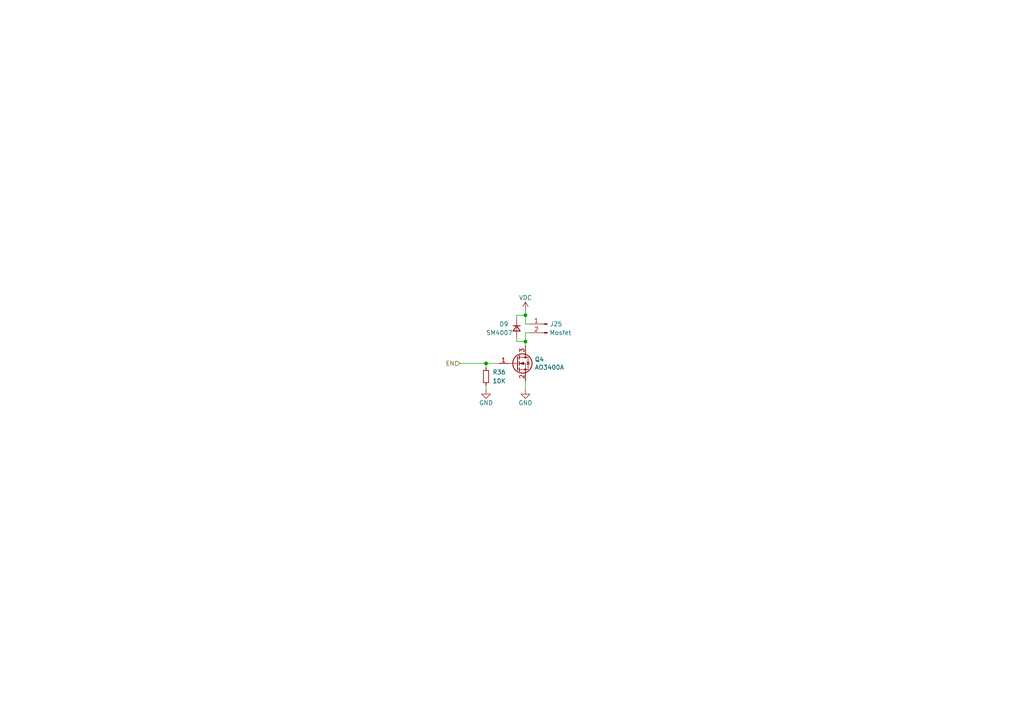
<source format=kicad_sch>
(kicad_sch (version 20211123) (generator eeschema)
  (paper "A4")
  (title_block (title "LumenPnP Motherboard") (date "2022-03-29") (rev "003") (company "Opulo"))
  (lib_symbols
    (symbol "Connector:Conn_01x02_Male" (pin_names (offset 1.016) hide)
      (property "Reference" "J" (at 0 2.54 0))
      (property "Value" "Conn_01x02_Male" (at 0 -5.08 0))
      (symbol "Conn_01x02_Male_1_1"
        (polyline (pts (xy 1.27 -2.54) (xy 0.8636 -2.54)) (stroke (width 0.1524)))
        (polyline (pts (xy 1.27 0) (xy 0.8636 0)) (stroke (width 0.1524)))
        (rectangle (start 0.8636 -2.413) (end 0 -2.667) (stroke (width 0.1524)) (fill (type outline)))
        (rectangle (start 0.8636 0.127) (end 0 -0.127) (stroke (width 0.1524)) (fill (type outline)))
        (pin passive line (at 5.08 0 180) (length 3.81) (name "Pin_1") (number "1"))
        (pin passive line (at 5.08 -2.54 180) (length 3.81) (name "Pin_2") (number "2"))
      )
    )
    (symbol "Device:D_Small" (pin_numbers hide) (pin_names (offset 0.254) hide)
      (property "Reference" "D" (at -1.27 2.032 0))
      (property "Value" "D_Small" (at -3.81 -2.032 0))
      (symbol "D_Small_0_1"
        (polyline (pts (xy -0.762 -1.016) (xy -0.762 1.016)) (stroke (width 0.254)))
        (polyline (pts (xy -0.762 0) (xy 0.762 0)))
        (polyline (pts (xy 0.762 -1.016) (xy -0.762 0) (xy 0.762 1.016) (xy 0.762 -1.016)) (stroke (width 0.254)))
      )
      (symbol "D_Small_1_1"
        (pin passive line (at -2.54 0 0) (length 1.778) (name "K") (number "1"))
        (pin passive line (at 2.54 0 180) (length 1.778) (name "A") (number "2"))
      )
    )
    (symbol "Device:R_Small" (pin_numbers hide) (pin_names (offset 0.254) hide)
      (property "Reference" "R" (at 0.762 0.508 0))
      (property "Value" "R_Small" (at 0.762 -1.016 0))
      (symbol "R_Small_0_1"
        (rectangle (start -0.762 1.778) (end 0.762 -1.778) (stroke (width 0.2032)))
      )
      (symbol "R_Small_1_1"
        (pin passive line (at 0 2.54 270) (length 0.762) (name "~") (number "1"))
        (pin passive line (at 0 -2.54 90) (length 0.762) (name "~") (number "2"))
      )
    )
    (symbol "Transistor_FET:AO3400A" (pin_names hide)
      (property "Reference" "Q" (at 5.08 1.905 0))
      (property "Value" "AO3400A" (at 5.08 0 0))
      (symbol "AO3400A_0_1"
        (polyline (pts (xy 0.254 0) (xy -2.54 0)))
        (polyline (pts (xy 0.254 1.905) (xy 0.254 -1.905)) (stroke (width 0.254)))
        (polyline (pts (xy 0.762 -1.27) (xy 0.762 -2.286)) (stroke (width 0.254)))
        (polyline (pts (xy 0.762 0.508) (xy 0.762 -0.508)) (stroke (width 0.254)))
        (polyline (pts (xy 0.762 2.286) (xy 0.762 1.27)) (stroke (width 0.254)))
        (polyline (pts (xy 2.54 2.54) (xy 2.54 1.778)))
        (polyline (pts (xy 2.54 -2.54) (xy 2.54 0) (xy 0.762 0)))
        (polyline (pts (xy 0.762 -1.778) (xy 3.302 -1.778) (xy 3.302 1.778) (xy 0.762 1.778)))
        (polyline (pts (xy 1.016 0) (xy 2.032 0.381) (xy 2.032 -0.381) (xy 1.016 0)) (fill (type outline)))
        (polyline (pts (xy 2.794 0.508) (xy 2.921 0.381) (xy 3.683 0.381) (xy 3.81 0.254)))
        (polyline (pts (xy 3.302 0.381) (xy 2.921 -0.254) (xy 3.683 -0.254) (xy 3.302 0.381)))
        (circle (center 1.651 0) (radius 2.794) (stroke (width 0.254)))
        (circle (center 2.54 -1.778) (radius 0.254) (fill (type outline)))
        (circle (center 2.54 1.778) (radius 0.254) (fill (type outline)))
      )
      (symbol "AO3400A_1_1"
        (pin input line (at -5.08 0 0) (length 2.54) (name "G") (number "1"))
        (pin passive line (at 2.54 -5.08 90) (length 2.54) (name "S") (number "2"))
        (pin passive line (at 2.54 5.08 270) (length 2.54) (name "D") (number "3"))
      )
    )
    (symbol "power:GND" (power) (pin_names (offset 0))
      (property "Value" "GND" (at 0 -3.81 0))
      (symbol "GND_0_1"
        (polyline (pts (xy 0 0) (xy 0 -1.27) (xy 1.27 -1.27) (xy 0 -2.54) (xy -1.27 -1.27) (xy 0 -1.27)))
      )
      (symbol "GND_1_1"
        (pin power_in line (at 0 0 270) (length 0) hide (name "GND") (number "1"))
      )
    )
    (symbol "power:VDC" (power) (pin_names (offset 0))
      (property "Value" "VDC" (at 0 6.35 0))
      (symbol "VDC_0_1"
        (polyline (pts (xy -0.762 1.27) (xy 0 2.54)))
        (polyline (pts (xy 0 0) (xy 0 2.54)))
        (polyline (pts (xy 0 2.54) (xy 0.762 1.27)))
      )
      (symbol "VDC_1_1"
        (pin power_in line (at 0 0 90) (length 0) hide (name "VDC") (number "1"))
      )
    )
  )
  (junction (at 152.4 91.44))
  (junction (at 140.97 105.41))
  (junction (at 152.4 99.06))
  (wire (pts (xy 152.4 90.17) (xy 152.4 91.44)))
  (wire (pts (xy 140.97 105.41) (xy 144.78 105.41)))
  (wire (pts (xy 152.4 96.52) (xy 152.4 99.06)))
  (wire (pts (xy 152.4 99.06) (xy 152.4 100.33)))
  (wire (pts (xy 149.86 97.79) (xy 149.86 99.06)))
  (wire (pts (xy 149.86 99.06) (xy 152.4 99.06)))
  (wire (pts (xy 153.67 93.98) (xy 152.4 93.98)))
  (wire (pts (xy 149.86 92.71) (xy 149.86 91.44)))
  (wire (pts (xy 152.4 93.98) (xy 152.4 91.44)))
  (wire (pts (xy 152.4 110.49) (xy 152.4 113.03)))
  (wire (pts (xy 140.97 111.76) (xy 140.97 113.03)))
  (wire (pts (xy 153.67 96.52) (xy 152.4 96.52)))
  (wire (pts (xy 140.97 106.68) (xy 140.97 105.41)))
  (wire (pts (xy 149.86 91.44) (xy 152.4 91.44)))
  (wire (pts (xy 133.35 105.41) (xy 140.97 105.41)))
  (hierarchical_label "EN" (shape input) (at 133.35 105.41 180))
  (symbol (lib_id "Connector:Conn_01x02_Male") (at 158.75 93.98 0) (mirror y)
    (property "Reference" "J25" (at 161.29 93.98 0))
    (property "Value" "Mosfet" (at 162.56 96.52 0))
    (property "Footprint" "Connector_JST:JST_XH_B2B-XH-A_1x02_P2.50mm_Vertical" (effects hide))
    (property "JLCPCB" "C20079" (effects hide))
    (property "LCSC" "C20079" (effects hide))
    (property "Digikey" "455-2247-ND" (effects hide))
  )
  (symbol (lib_id "Transistor_FET:AO3400A") (at 149.86 105.41 0)
    (property "Reference" "Q4" (at 155.067 104.2416 0) (effects (justify left)))
    (property "Value" "AO3400A" (at 155.067 106.553 0) (effects (justify left)))
    (property "Footprint" "Package_TO_SOT_SMD:SOT-23" (effects hide))
    (property "Datasheet" "http://www.aosmd.com/pdfs/datasheet/AO3400A.pdf" (effects hide))
    (property "Mouser" "942-IRLML6344TRPBF" (effects hide))
    (property "LCSC" "C427382" (effects hide))
    (property "JLCPCB" "C332101" (effects hide))
    (property "Digikey" "IRLML6344TRPBFCT-ND" (effects hide))
  )
  (symbol (lib_id "power:GND") (at 152.4 113.03 0) (mirror y)
    (property "Reference" "#PWR0194" (effects hide))
    (property "Value" "GND" (at 152.4 116.84 0))
  )
  (symbol (lib_id "Device:R_Small") (at 140.97 109.22 180)
    (property "Reference" "R36" (at 144.78 107.95 0))
    (property "Value" "10K" (at 144.78 110.49 0))
    (property "Footprint" "Resistor_SMD:R_0805_2012Metric" (effects hide))
    (property "Datasheet" "https://www.vishay.com/docs/20035/dcrcwe3.pdf" (effects hide))
    (property "JLCPCB" "C4360" (effects hide))
    (property "LCSC" "C139879" (effects hide))
    (property "Digikey" "541-36.0KCCT-ND" (effects hide))
    (property "Mouser" "71-CRCW080536K0FKEA" (effects hide))
  )
  (symbol (lib_id "Device:D_Small") (at 149.86 95.25 270)
    (property "Reference" "D9" (at 144.78 93.98 90) (effects (justify left)))
    (property "Value" "SM4007" (at 140.97 96.52 90) (effects (justify left)))
    (property "Footprint" "Diode_SMD:D_SOD-123F" (effects hide))
    (property "Datasheet" "http://cdn-reichelt.de/documents/datenblatt/A400/SMD1N400%23DIO.pdf" (effects hide))
    (property "JLCPCB" "C64898" (effects hide))
    (property "LCSC" "C64898" (effects hide))
    (property "Digikey" "SM4007PL-TPMSCT-ND" (effects hide))
    (property "Mouser" "833-SM4007PL-TP" (effects hide))
  )
  (symbol (lib_id "power:VDC") (at 152.4 90.17 0)
    (property "Reference" "#PWR0193" (effects hide))
    (property "Value" "VDC" (at 152.4 86.36 0))
  )
  (symbol (lib_id "power:GND") (at 140.97 113.03 0)
    (property "Reference" "#PWR0104" (effects hide))
    (property "Value" "GND" (at 140.97 116.84 0))
  )
)
</source>
